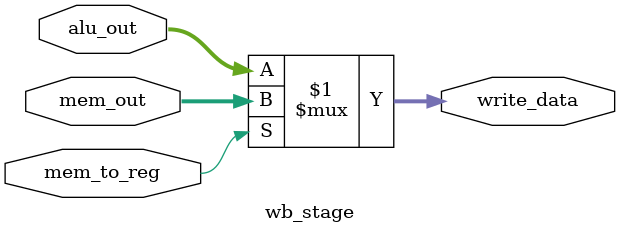
<source format=v>
`timescale 1ns / 1ps

module wb_stage(
                input         mem_to_reg,
                input [31:0]  mem_out, alu_out,
                output [31:0] write_data                                
                );

   assign write_data = mem_to_reg ? mem_out : alu_out;
      
endmodule

</source>
